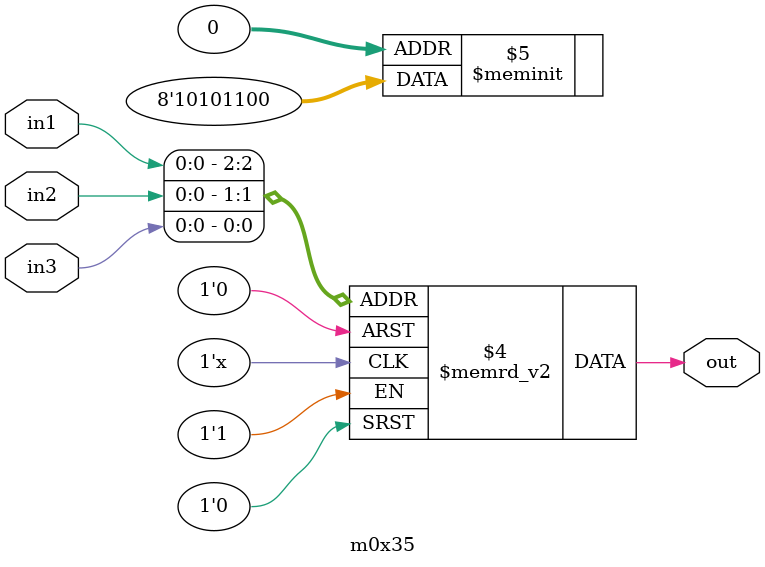
<source format=v>
module m0x35(output out, input in1, in2, in3);

   always @(in1, in2, in3)
     begin
        case({in1, in2, in3})
          3'b000: {out} = 1'b0;
          3'b001: {out} = 1'b0;
          3'b010: {out} = 1'b1;
          3'b011: {out} = 1'b1;
          3'b100: {out} = 1'b0;
          3'b101: {out} = 1'b1;
          3'b110: {out} = 1'b0;
          3'b111: {out} = 1'b1;
        endcase // case ({in1, in2, in3})
     end // always @ (in1, in2, in3)

endmodule // m0x35
</source>
